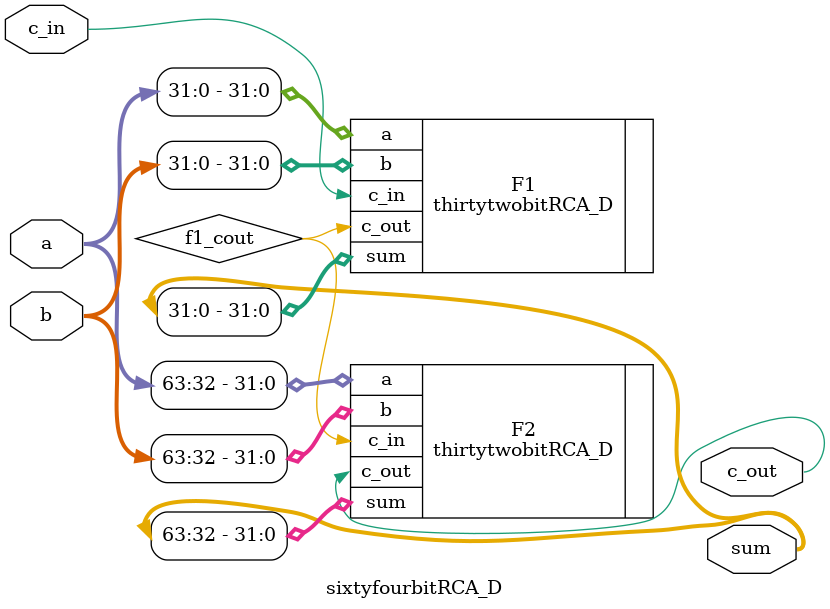
<source format=v>
`timescale 1ns / 1ps


module sixtyfourbitRCA_D(
    output c_out,
    output [63:0] sum,
    input [63:0] a,
    input [63:0] b,
    input c_in
    );
    
    wire f1_cout; 
    
    thirtytwobitRCA_D F1(.c_out(f1_cout), .sum(sum[31:0]), .a(a[31:0]), .b(b[31:0]), .c_in(c_in)); 
    thirtytwobitRCA_D F2(.c_out(c_out), .sum(sum[63:32]), .a(a[63:32]), .b(b[63:32]), .c_in(f1_cout)); 
    
endmodule

</source>
